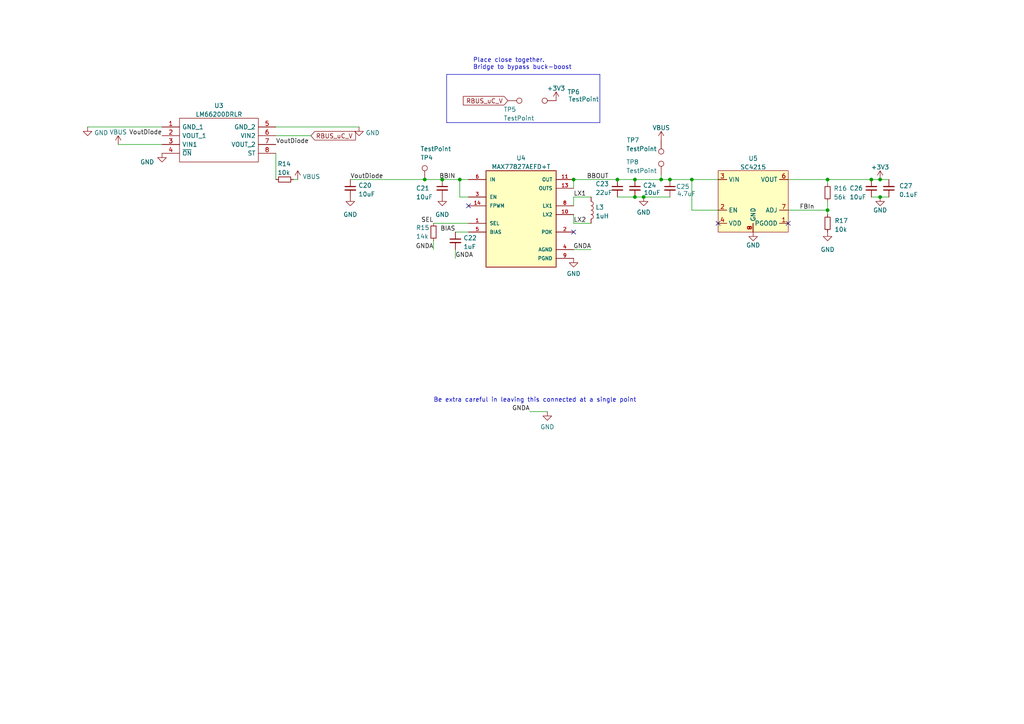
<source format=kicad_sch>
(kicad_sch (version 20230121) (generator eeschema)

  (uuid e9284afa-e324-4762-b662-a428eebcb5c2)

  (paper "A4")

  (lib_symbols
    (symbol "Connector:TestPoint" (pin_numbers hide) (pin_names (offset 0.762) hide) (in_bom yes) (on_board yes)
      (property "Reference" "TP" (at 0 6.858 0)
        (effects (font (size 1.27 1.27)))
      )
      (property "Value" "TestPoint" (at 0 5.08 0)
        (effects (font (size 1.27 1.27)))
      )
      (property "Footprint" "" (at 5.08 0 0)
        (effects (font (size 1.27 1.27)) hide)
      )
      (property "Datasheet" "~" (at 5.08 0 0)
        (effects (font (size 1.27 1.27)) hide)
      )
      (property "ki_keywords" "test point tp" (at 0 0 0)
        (effects (font (size 1.27 1.27)) hide)
      )
      (property "ki_description" "test point" (at 0 0 0)
        (effects (font (size 1.27 1.27)) hide)
      )
      (property "ki_fp_filters" "Pin* Test*" (at 0 0 0)
        (effects (font (size 1.27 1.27)) hide)
      )
      (symbol "TestPoint_0_1"
        (circle (center 0 3.302) (radius 0.762)
          (stroke (width 0) (type default))
          (fill (type none))
        )
      )
      (symbol "TestPoint_1_1"
        (pin passive line (at 0 0 90) (length 2.54)
          (name "1" (effects (font (size 1.27 1.27))))
          (number "1" (effects (font (size 1.27 1.27))))
        )
      )
    )
    (symbol "Device:C_Small" (pin_numbers hide) (pin_names (offset 0.254) hide) (in_bom yes) (on_board yes)
      (property "Reference" "C" (at 0.254 1.778 0)
        (effects (font (size 1.27 1.27)) (justify left))
      )
      (property "Value" "C_Small" (at 0.254 -2.032 0)
        (effects (font (size 1.27 1.27)) (justify left))
      )
      (property "Footprint" "" (at 0 0 0)
        (effects (font (size 1.27 1.27)) hide)
      )
      (property "Datasheet" "~" (at 0 0 0)
        (effects (font (size 1.27 1.27)) hide)
      )
      (property "ki_keywords" "capacitor cap" (at 0 0 0)
        (effects (font (size 1.27 1.27)) hide)
      )
      (property "ki_description" "Unpolarized capacitor, small symbol" (at 0 0 0)
        (effects (font (size 1.27 1.27)) hide)
      )
      (property "ki_fp_filters" "C_*" (at 0 0 0)
        (effects (font (size 1.27 1.27)) hide)
      )
      (symbol "C_Small_0_1"
        (polyline
          (pts
            (xy -1.524 -0.508)
            (xy 1.524 -0.508)
          )
          (stroke (width 0.3302) (type default))
          (fill (type none))
        )
        (polyline
          (pts
            (xy -1.524 0.508)
            (xy 1.524 0.508)
          )
          (stroke (width 0.3048) (type default))
          (fill (type none))
        )
      )
      (symbol "C_Small_1_1"
        (pin passive line (at 0 2.54 270) (length 2.032)
          (name "~" (effects (font (size 1.27 1.27))))
          (number "1" (effects (font (size 1.27 1.27))))
        )
        (pin passive line (at 0 -2.54 90) (length 2.032)
          (name "~" (effects (font (size 1.27 1.27))))
          (number "2" (effects (font (size 1.27 1.27))))
        )
      )
    )
    (symbol "Device:L" (pin_numbers hide) (pin_names (offset 1.016) hide) (in_bom yes) (on_board yes)
      (property "Reference" "L" (at -1.27 0 90)
        (effects (font (size 1.27 1.27)))
      )
      (property "Value" "L" (at 1.905 0 90)
        (effects (font (size 1.27 1.27)))
      )
      (property "Footprint" "" (at 0 0 0)
        (effects (font (size 1.27 1.27)) hide)
      )
      (property "Datasheet" "~" (at 0 0 0)
        (effects (font (size 1.27 1.27)) hide)
      )
      (property "ki_keywords" "inductor choke coil reactor magnetic" (at 0 0 0)
        (effects (font (size 1.27 1.27)) hide)
      )
      (property "ki_description" "Inductor" (at 0 0 0)
        (effects (font (size 1.27 1.27)) hide)
      )
      (property "ki_fp_filters" "Choke_* *Coil* Inductor_* L_*" (at 0 0 0)
        (effects (font (size 1.27 1.27)) hide)
      )
      (symbol "L_0_1"
        (arc (start 0 -2.54) (mid 0.6323 -1.905) (end 0 -1.27)
          (stroke (width 0) (type default))
          (fill (type none))
        )
        (arc (start 0 -1.27) (mid 0.6323 -0.635) (end 0 0)
          (stroke (width 0) (type default))
          (fill (type none))
        )
        (arc (start 0 0) (mid 0.6323 0.635) (end 0 1.27)
          (stroke (width 0) (type default))
          (fill (type none))
        )
        (arc (start 0 1.27) (mid 0.6323 1.905) (end 0 2.54)
          (stroke (width 0) (type default))
          (fill (type none))
        )
      )
      (symbol "L_1_1"
        (pin passive line (at 0 3.81 270) (length 1.27)
          (name "1" (effects (font (size 1.27 1.27))))
          (number "1" (effects (font (size 1.27 1.27))))
        )
        (pin passive line (at 0 -3.81 90) (length 1.27)
          (name "2" (effects (font (size 1.27 1.27))))
          (number "2" (effects (font (size 1.27 1.27))))
        )
      )
    )
    (symbol "Device:R_Small" (pin_numbers hide) (pin_names (offset 0.254) hide) (in_bom yes) (on_board yes)
      (property "Reference" "R" (at 0.762 0.508 0)
        (effects (font (size 1.27 1.27)) (justify left))
      )
      (property "Value" "R_Small" (at 0.762 -1.016 0)
        (effects (font (size 1.27 1.27)) (justify left))
      )
      (property "Footprint" "" (at 0 0 0)
        (effects (font (size 1.27 1.27)) hide)
      )
      (property "Datasheet" "~" (at 0 0 0)
        (effects (font (size 1.27 1.27)) hide)
      )
      (property "ki_keywords" "R resistor" (at 0 0 0)
        (effects (font (size 1.27 1.27)) hide)
      )
      (property "ki_description" "Resistor, small symbol" (at 0 0 0)
        (effects (font (size 1.27 1.27)) hide)
      )
      (property "ki_fp_filters" "R_*" (at 0 0 0)
        (effects (font (size 1.27 1.27)) hide)
      )
      (symbol "R_Small_0_1"
        (rectangle (start -0.762 1.778) (end 0.762 -1.778)
          (stroke (width 0.2032) (type default))
          (fill (type none))
        )
      )
      (symbol "R_Small_1_1"
        (pin passive line (at 0 2.54 270) (length 0.762)
          (name "~" (effects (font (size 1.27 1.27))))
          (number "1" (effects (font (size 1.27 1.27))))
        )
        (pin passive line (at 0 -2.54 90) (length 0.762)
          (name "~" (effects (font (size 1.27 1.27))))
          (number "2" (effects (font (size 1.27 1.27))))
        )
      )
    )
    (symbol "iclr:LM66200DRLR" (pin_names (offset 0.762)) (in_bom yes) (on_board yes)
      (property "Reference" "U" (at 29.21 7.62 0)
        (effects (font (size 1.27 1.27)) (justify left))
      )
      (property "Value" "LM66200DRLR" (at 29.21 5.08 0)
        (effects (font (size 1.27 1.27)) (justify left))
      )
      (property "Footprint" "SOTFL50P160X60-8N" (at 29.21 2.54 0)
        (effects (font (size 1.27 1.27)) (justify left) hide)
      )
      (property "Datasheet" "https://www.ti.com/lit/gpn/lm66200" (at 29.21 0 0)
        (effects (font (size 1.27 1.27)) (justify left) hide)
      )
      (property "Description" "1.6-V to 5.5-V, 40-m, 2.5-A, low-IQ, dual ideal diode" (at 29.21 -2.54 0)
        (effects (font (size 1.27 1.27)) (justify left) hide)
      )
      (property "Height" "0.6" (at 29.21 -5.08 0)
        (effects (font (size 1.27 1.27)) (justify left) hide)
      )
      (property "Manufacturer_Name" "Texas Instruments" (at 29.21 -7.62 0)
        (effects (font (size 1.27 1.27)) (justify left) hide)
      )
      (property "Manufacturer_Part_Number" "LM66200DRLR" (at 29.21 -10.16 0)
        (effects (font (size 1.27 1.27)) (justify left) hide)
      )
      (property "Mouser Part Number" "595-LM66200DRLR" (at 29.21 -12.7 0)
        (effects (font (size 1.27 1.27)) (justify left) hide)
      )
      (property "Mouser Price/Stock" "https://www.mouser.co.uk/ProductDetail/Texas-Instruments/LM66200DRLR?qs=Rp5uXu7WBW90hnpZAkIOdQ%3D%3D" (at 29.21 -15.24 0)
        (effects (font (size 1.27 1.27)) (justify left) hide)
      )
      (property "Arrow Part Number" "LM66200DRLR" (at 29.21 -17.78 0)
        (effects (font (size 1.27 1.27)) (justify left) hide)
      )
      (property "Arrow Price/Stock" "https://www.arrow.com/en/products/lm66200drlr/texas-instruments?region=nac" (at 29.21 -20.32 0)
        (effects (font (size 1.27 1.27)) (justify left) hide)
      )
      (property "Mouser Testing Part Number" "" (at 29.21 -22.86 0)
        (effects (font (size 1.27 1.27)) (justify left) hide)
      )
      (property "Mouser Testing Price/Stock" "" (at 29.21 -25.4 0)
        (effects (font (size 1.27 1.27)) (justify left) hide)
      )
      (property "ki_description" "1.6-V to 5.5-V, 40-m, 2.5-A, low-IQ, dual ideal diode" (at 0 0 0)
        (effects (font (size 1.27 1.27)) hide)
      )
      (symbol "LM66200DRLR_0_0"
        (pin passive line (at 0 0 0) (length 5.08)
          (name "GND_1" (effects (font (size 1.27 1.27))))
          (number "1" (effects (font (size 1.27 1.27))))
        )
        (pin passive line (at 0 -2.54 0) (length 5.08)
          (name "VOUT_1" (effects (font (size 1.27 1.27))))
          (number "2" (effects (font (size 1.27 1.27))))
        )
        (pin passive line (at 0 -5.08 0) (length 5.08)
          (name "VIN1" (effects (font (size 1.27 1.27))))
          (number "3" (effects (font (size 1.27 1.27))))
        )
        (pin passive line (at 0 -7.62 0) (length 5.08)
          (name "~{ON}" (effects (font (size 1.27 1.27))))
          (number "4" (effects (font (size 1.27 1.27))))
        )
        (pin passive line (at 33.02 0 180) (length 5.08)
          (name "GND_2" (effects (font (size 1.27 1.27))))
          (number "5" (effects (font (size 1.27 1.27))))
        )
        (pin passive line (at 33.02 -2.54 180) (length 5.08)
          (name "VIN2" (effects (font (size 1.27 1.27))))
          (number "6" (effects (font (size 1.27 1.27))))
        )
        (pin passive line (at 33.02 -5.08 180) (length 5.08)
          (name "VOUT_2" (effects (font (size 1.27 1.27))))
          (number "7" (effects (font (size 1.27 1.27))))
        )
        (pin passive line (at 33.02 -7.62 180) (length 5.08)
          (name "ST" (effects (font (size 1.27 1.27))))
          (number "8" (effects (font (size 1.27 1.27))))
        )
      )
      (symbol "LM66200DRLR_0_1"
        (polyline
          (pts
            (xy 5.08 2.54)
            (xy 27.94 2.54)
            (xy 27.94 -10.16)
            (xy 5.08 -10.16)
            (xy 5.08 2.54)
          )
          (stroke (width 0.1524) (type default))
          (fill (type none))
        )
      )
    )
    (symbol "iclr:MAX77827AEFD+T" (pin_names (offset 1.016)) (in_bom yes) (on_board yes)
      (property "Reference" "U?" (at -10.16 13.208 0)
        (effects (font (size 1.27 1.27)) (justify left bottom))
      )
      (property "Value" "MAX77827AEFD+T" (at -10.16 -17.78 0)
        (effects (font (size 1.27 1.27)) (justify left bottom))
      )
      (property "Footprint" "CONV_MAX77827AEFD+T" (at -6.35 19.05 0)
        (effects (font (size 1.27 1.27)) (justify left bottom) hide)
      )
      (property "Datasheet" "" (at 0 0 0)
        (effects (font (size 1.27 1.27)) (justify left bottom) hide)
      )
      (property "MANUFACTURER" "Maxim Integrated" (at -2.54 16.51 0)
        (effects (font (size 1.27 1.27)) (justify left bottom) hide)
      )
      (property "MAXIMUM_PACKAGE_HEIGHT" "0.6mm" (at 1.27 13.97 0)
        (effects (font (size 1.27 1.27)) (justify left bottom) hide)
      )
      (property "PARTREV" "B" (at 0 15.24 0)
        (effects (font (size 1.27 1.27)) (justify left bottom) hide)
      )
      (property "STANDARD" "Manufacturer Recommended" (at -6.35 19.05 0)
        (effects (font (size 1.27 1.27)) (justify left bottom) hide)
      )
      (property "ki_locked" "" (at 0 0 0)
        (effects (font (size 1.27 1.27)))
      )
      (symbol "MAX77827AEFD+T_0_0"
        (rectangle (start -10.16 -15.24) (end 10.16 12.7)
          (stroke (width 0.254) (type default))
          (fill (type background))
        )
        (pin passive line (at -15.24 -2.54 0) (length 5.08)
          (name "SEL" (effects (font (size 1.016 1.016))))
          (number "1" (effects (font (size 1.016 1.016))))
        )
        (pin passive line (at 15.24 0 180) (length 5.08)
          (name "LX2" (effects (font (size 1.016 1.016))))
          (number "10" (effects (font (size 1.016 1.016))))
        )
        (pin output line (at 15.24 10.16 180) (length 5.08)
          (name "OUT" (effects (font (size 1.016 1.016))))
          (number "11" (effects (font (size 1.016 1.016))))
        )
        (pin input line (at 15.24 7.62 180) (length 5.08)
          (name "OUTS" (effects (font (size 1.016 1.016))))
          (number "13" (effects (font (size 1.016 1.016))))
        )
        (pin input line (at -15.24 2.54 0) (length 5.08)
          (name "FPWM" (effects (font (size 1.016 1.016))))
          (number "14" (effects (font (size 1.016 1.016))))
        )
        (pin output line (at 15.24 -5.08 180) (length 5.08)
          (name "POK" (effects (font (size 1.016 1.016))))
          (number "2" (effects (font (size 1.016 1.016))))
        )
        (pin input line (at -15.24 5.08 0) (length 5.08)
          (name "EN" (effects (font (size 1.016 1.016))))
          (number "3" (effects (font (size 1.016 1.016))))
        )
        (pin power_in line (at 15.24 -10.16 180) (length 5.08)
          (name "AGND" (effects (font (size 1.016 1.016))))
          (number "4" (effects (font (size 1.016 1.016))))
        )
        (pin passive line (at -15.24 -5.08 0) (length 5.08)
          (name "BIAS" (effects (font (size 1.016 1.016))))
          (number "5" (effects (font (size 1.016 1.016))))
        )
        (pin input line (at -15.24 10.16 0) (length 5.08)
          (name "IN" (effects (font (size 1.016 1.016))))
          (number "6" (effects (font (size 1.016 1.016))))
        )
        (pin passive line (at 15.24 2.54 180) (length 5.08)
          (name "LX1" (effects (font (size 1.016 1.016))))
          (number "8" (effects (font (size 1.016 1.016))))
        )
        (pin power_in line (at 15.24 -12.7 180) (length 5.08)
          (name "PGND" (effects (font (size 1.016 1.016))))
          (number "9" (effects (font (size 1.016 1.016))))
        )
      )
    )
    (symbol "iclr:RT9025-25GSP" (in_bom yes) (on_board yes)
      (property "Reference" "U6" (at 0 4.8428 0)
        (effects (font (size 1.27 1.27)))
      )
      (property "Value" "RT9025-25GSP" (at 0 2.3059 0)
        (effects (font (size 1.27 1.27)))
      )
      (property "Footprint" "iclr:SOIC127P599X175-9N" (at 0 5.08 0)
        (effects (font (size 1.27 1.27)) hide)
      )
      (property "Datasheet" "" (at 0 5.08 0)
        (effects (font (size 1.27 1.27)) hide)
      )
      (symbol "RT9025-25GSP_1_1"
        (rectangle (start -10.16 1.27) (end 10.16 -16.51)
          (stroke (width 0) (type default))
          (fill (type background))
        )
        (pin output line (at 10.16 -13.97 180) (length 2.54)
          (name "PGOOD" (effects (font (size 1.27 1.27))))
          (number "1" (effects (font (size 1.27 1.27))))
        )
        (pin input line (at -10.16 -10.16 0) (length 2.54)
          (name "EN" (effects (font (size 1.27 1.27))))
          (number "2" (effects (font (size 1.27 1.27))))
        )
        (pin input line (at -10.16 -1.27 0) (length 2.54)
          (name "VIN" (effects (font (size 1.27 1.27))))
          (number "3" (effects (font (size 1.27 1.27))))
        )
        (pin input line (at -10.16 -13.97 0) (length 2.54)
          (name "VDD" (effects (font (size 1.27 1.27))))
          (number "4" (effects (font (size 1.27 1.27))))
        )
        (pin output line (at 10.16 -1.27 180) (length 2.54)
          (name "VOUT" (effects (font (size 1.27 1.27))))
          (number "6" (effects (font (size 1.27 1.27))))
        )
        (pin input line (at 10.16 -10.16 180) (length 2.54)
          (name "ADJ" (effects (font (size 1.27 1.27))))
          (number "7" (effects (font (size 1.27 1.27))))
        )
        (pin input line (at 0 -16.51 90) (length 2.54)
          (name "GND" (effects (font (size 1.27 1.27))))
          (number "8" (effects (font (size 1.27 1.27))))
        )
        (pin input line (at 0 -16.51 90) (length 2.54)
          (name "GND" (effects (font (size 1.27 1.27))))
          (number "9" (effects (font (size 1.27 1.27))))
        )
      )
    )
    (symbol "power:+3.3V" (power) (pin_names (offset 0)) (in_bom yes) (on_board yes)
      (property "Reference" "#PWR" (at 0 -3.81 0)
        (effects (font (size 1.27 1.27)) hide)
      )
      (property "Value" "+3.3V" (at 0 3.556 0)
        (effects (font (size 1.27 1.27)))
      )
      (property "Footprint" "" (at 0 0 0)
        (effects (font (size 1.27 1.27)) hide)
      )
      (property "Datasheet" "" (at 0 0 0)
        (effects (font (size 1.27 1.27)) hide)
      )
      (property "ki_keywords" "power-flag" (at 0 0 0)
        (effects (font (size 1.27 1.27)) hide)
      )
      (property "ki_description" "Power symbol creates a global label with name \"+3.3V\"" (at 0 0 0)
        (effects (font (size 1.27 1.27)) hide)
      )
      (symbol "+3.3V_0_1"
        (polyline
          (pts
            (xy -0.762 1.27)
            (xy 0 2.54)
          )
          (stroke (width 0) (type default))
          (fill (type none))
        )
        (polyline
          (pts
            (xy 0 0)
            (xy 0 2.54)
          )
          (stroke (width 0) (type default))
          (fill (type none))
        )
        (polyline
          (pts
            (xy 0 2.54)
            (xy 0.762 1.27)
          )
          (stroke (width 0) (type default))
          (fill (type none))
        )
      )
      (symbol "+3.3V_1_1"
        (pin power_in line (at 0 0 90) (length 0) hide
          (name "+3V3" (effects (font (size 1.27 1.27))))
          (number "1" (effects (font (size 1.27 1.27))))
        )
      )
    )
    (symbol "power:GND" (power) (pin_names (offset 0)) (in_bom yes) (on_board yes)
      (property "Reference" "#PWR" (at 0 -6.35 0)
        (effects (font (size 1.27 1.27)) hide)
      )
      (property "Value" "GND" (at 0 -3.81 0)
        (effects (font (size 1.27 1.27)))
      )
      (property "Footprint" "" (at 0 0 0)
        (effects (font (size 1.27 1.27)) hide)
      )
      (property "Datasheet" "" (at 0 0 0)
        (effects (font (size 1.27 1.27)) hide)
      )
      (property "ki_keywords" "power-flag" (at 0 0 0)
        (effects (font (size 1.27 1.27)) hide)
      )
      (property "ki_description" "Power symbol creates a global label with name \"GND\" , ground" (at 0 0 0)
        (effects (font (size 1.27 1.27)) hide)
      )
      (symbol "GND_0_1"
        (polyline
          (pts
            (xy 0 0)
            (xy 0 -1.27)
            (xy 1.27 -1.27)
            (xy 0 -2.54)
            (xy -1.27 -1.27)
            (xy 0 -1.27)
          )
          (stroke (width 0) (type default))
          (fill (type none))
        )
      )
      (symbol "GND_1_1"
        (pin power_in line (at 0 0 270) (length 0) hide
          (name "GND" (effects (font (size 1.27 1.27))))
          (number "1" (effects (font (size 1.27 1.27))))
        )
      )
    )
    (symbol "power:VBUS" (power) (pin_names (offset 0)) (in_bom yes) (on_board yes)
      (property "Reference" "#PWR" (at 0 -3.81 0)
        (effects (font (size 1.27 1.27)) hide)
      )
      (property "Value" "VBUS" (at 0 3.81 0)
        (effects (font (size 1.27 1.27)))
      )
      (property "Footprint" "" (at 0 0 0)
        (effects (font (size 1.27 1.27)) hide)
      )
      (property "Datasheet" "" (at 0 0 0)
        (effects (font (size 1.27 1.27)) hide)
      )
      (property "ki_keywords" "power-flag" (at 0 0 0)
        (effects (font (size 1.27 1.27)) hide)
      )
      (property "ki_description" "Power symbol creates a global label with name \"VBUS\"" (at 0 0 0)
        (effects (font (size 1.27 1.27)) hide)
      )
      (symbol "VBUS_0_1"
        (polyline
          (pts
            (xy -0.762 1.27)
            (xy 0 2.54)
          )
          (stroke (width 0) (type default))
          (fill (type none))
        )
        (polyline
          (pts
            (xy 0 0)
            (xy 0 2.54)
          )
          (stroke (width 0) (type default))
          (fill (type none))
        )
        (polyline
          (pts
            (xy 0 2.54)
            (xy 0.762 1.27)
          )
          (stroke (width 0) (type default))
          (fill (type none))
        )
      )
      (symbol "VBUS_1_1"
        (pin power_in line (at 0 0 90) (length 0) hide
          (name "VBUS" (effects (font (size 1.27 1.27))))
          (number "1" (effects (font (size 1.27 1.27))))
        )
      )
    )
  )

  (junction (at 184.15 52.07) (diameter 0) (color 0 0 0 0)
    (uuid 025e695d-8e2d-4de8-acab-7a162cc26168)
  )
  (junction (at 240.03 52.07) (diameter 0) (color 0 0 0 0)
    (uuid 059bcba6-280b-40eb-ab89-3dc5aee13437)
  )
  (junction (at 255.27 52.07) (diameter 0) (color 0 0 0 0)
    (uuid 06d56029-c268-415d-bc15-322ae67002fd)
  )
  (junction (at 191.77 52.07) (diameter 0) (color 0 0 0 0)
    (uuid 14e6f865-9c0a-49ea-b81b-07711ade0119)
  )
  (junction (at 186.69 57.15) (diameter 0) (color 0 0 0 0)
    (uuid 19e29c7d-2497-4378-be9c-d7dd5740c97b)
  )
  (junction (at 128.27 52.07) (diameter 0) (color 0 0 0 0)
    (uuid 43fb0a3d-a75c-4a89-929f-3bfabd56e48f)
  )
  (junction (at 252.73 52.07) (diameter 0) (color 0 0 0 0)
    (uuid 8179b66d-1f6d-4cd3-85ac-0088c17d8ab7)
  )
  (junction (at 194.31 52.07) (diameter 0) (color 0 0 0 0)
    (uuid 8ec9933a-dea5-4a2f-9b22-74f5bbc005c9)
  )
  (junction (at 255.27 57.15) (diameter 0) (color 0 0 0 0)
    (uuid 91d76694-39de-439c-9769-c81f38ae49dc)
  )
  (junction (at 166.37 52.07) (diameter 0) (color 0 0 0 0)
    (uuid 9e9dab12-0d16-47c5-9925-9d9e8d96d07f)
  )
  (junction (at 123.19 52.07) (diameter 0) (color 0 0 0 0)
    (uuid a3b44a8c-bdb8-452c-89dd-c0f91112399f)
  )
  (junction (at 240.03 60.96) (diameter 0) (color 0 0 0 0)
    (uuid b05e221d-8c57-4ef8-8975-519b7161da98)
  )
  (junction (at 133.35 52.07) (diameter 0) (color 0 0 0 0)
    (uuid c11ca3bc-a8bb-430a-9e10-289b52cce878)
  )
  (junction (at 179.07 52.07) (diameter 0) (color 0 0 0 0)
    (uuid e7ba0df4-f5bc-485a-89ed-b04588169d85)
  )
  (junction (at 184.15 57.15) (diameter 0) (color 0 0 0 0)
    (uuid f79e57c7-0e3c-4c62-8d9c-1df18cf27b2b)
  )
  (junction (at 200.66 52.07) (diameter 0) (color 0 0 0 0)
    (uuid fe4fbfec-e039-4d68-bf53-26cc9c4c45e6)
  )

  (no_connect (at 166.37 67.31) (uuid 53807c26-4c3b-4a33-9e89-8f68b4e2bcb2))
  (no_connect (at 135.89 59.69) (uuid 7d5ef869-90ac-4f40-91fc-2deb9689e3d1))
  (no_connect (at 228.6 64.77) (uuid c2d351a7-a4dd-4b9d-a118-bc2023d132d4))
  (no_connect (at 208.28 64.77) (uuid cf7be989-8e30-4bee-93dd-10ce2dbd1e55))

  (wire (pts (xy 80.01 52.07) (xy 80.01 44.45))
    (stroke (width 0) (type default))
    (uuid 069e75c7-38b4-4c61-9b2b-d26f0784bfa9)
  )
  (polyline (pts (xy 129.54 21.59) (xy 129.54 35.56))
    (stroke (width 0) (type default))
    (uuid 0c137dcf-8a66-441f-befa-c78fe501541b)
  )

  (wire (pts (xy 133.35 57.15) (xy 135.89 57.15))
    (stroke (width 0) (type default))
    (uuid 0ce0f0b7-ef43-4a90-95fe-6b7b2b7912e3)
  )
  (wire (pts (xy 104.14 36.83) (xy 80.01 36.83))
    (stroke (width 0) (type default))
    (uuid 0d07cbbe-592b-417c-af7f-93b278caf359)
  )
  (wire (pts (xy 166.37 52.07) (xy 179.07 52.07))
    (stroke (width 0) (type default))
    (uuid 122b2869-b8ec-4c49-ab98-3e0d5323bb2d)
  )
  (wire (pts (xy 179.07 52.07) (xy 184.15 52.07))
    (stroke (width 0) (type default))
    (uuid 18562939-7ae5-4144-9840-599fb6adc5e9)
  )
  (wire (pts (xy 240.03 52.07) (xy 240.03 53.34))
    (stroke (width 0) (type default))
    (uuid 1d4ca962-27f2-481a-84d5-0628d75d2352)
  )
  (wire (pts (xy 166.37 57.15) (xy 171.45 57.15))
    (stroke (width 0) (type default))
    (uuid 20fd74e8-e3dc-492f-8d46-fab70914d5e5)
  )
  (wire (pts (xy 200.66 52.07) (xy 200.66 60.96))
    (stroke (width 0) (type default))
    (uuid 29f89d5f-90d4-44ab-aeec-d14f8866e07f)
  )
  (wire (pts (xy 179.07 57.15) (xy 184.15 57.15))
    (stroke (width 0) (type default))
    (uuid 2c600a77-60ab-41dd-b34a-e4df0c47849e)
  )
  (wire (pts (xy 228.6 52.07) (xy 240.03 52.07))
    (stroke (width 0) (type default))
    (uuid 317d8efb-eacf-4dbb-965e-f732dc345d8c)
  )
  (wire (pts (xy 166.37 64.77) (xy 166.37 62.23))
    (stroke (width 0) (type default))
    (uuid 328aa6d3-da7a-4325-a9a1-e925b01efab3)
  )
  (wire (pts (xy 200.66 52.07) (xy 208.28 52.07))
    (stroke (width 0) (type default))
    (uuid 387e88d5-12f7-4406-9187-6916bec744b1)
  )
  (wire (pts (xy 125.73 64.77) (xy 135.89 64.77))
    (stroke (width 0) (type default))
    (uuid 48ea0a96-489c-4f5f-9567-57b93d7a7c28)
  )
  (wire (pts (xy 166.37 72.39) (xy 171.45 72.39))
    (stroke (width 0) (type default))
    (uuid 499a9f82-3aab-4f4d-b35f-ff7f0e691b21)
  )
  (wire (pts (xy 191.77 52.07) (xy 194.31 52.07))
    (stroke (width 0) (type default))
    (uuid 4eb4ab8d-2bf2-482e-a421-0cdbdb6244e4)
  )
  (wire (pts (xy 240.03 58.42) (xy 240.03 60.96))
    (stroke (width 0) (type default))
    (uuid 520088cf-b918-4091-83c9-40102fcba2d8)
  )
  (wire (pts (xy 166.37 59.69) (xy 166.37 57.15))
    (stroke (width 0) (type default))
    (uuid 54d0b93a-ed98-4e03-bfbf-76e3073701f9)
  )
  (wire (pts (xy 191.77 50.8) (xy 191.77 52.07))
    (stroke (width 0) (type default))
    (uuid 6249e04b-f43c-4872-973a-ad0605d93f47)
  )
  (wire (pts (xy 184.15 52.07) (xy 191.77 52.07))
    (stroke (width 0) (type default))
    (uuid 63eaf0a3-6d99-4d02-9521-aa50c3a316f2)
  )
  (wire (pts (xy 252.73 57.15) (xy 255.27 57.15))
    (stroke (width 0) (type default))
    (uuid 6e853dfc-ebac-4a7e-8d41-4767e570c51e)
  )
  (wire (pts (xy 133.35 52.07) (xy 133.35 57.15))
    (stroke (width 0) (type default))
    (uuid 71914f4a-ed80-4341-be43-e93b9bf12d2a)
  )
  (wire (pts (xy 200.66 60.96) (xy 208.28 60.96))
    (stroke (width 0) (type default))
    (uuid 773cb3ea-27be-4c5c-8fd1-215821eb9abe)
  )
  (wire (pts (xy 123.19 52.07) (xy 128.27 52.07))
    (stroke (width 0) (type default))
    (uuid 7842b8a8-fd2e-411a-bf1b-26c94d337b44)
  )
  (wire (pts (xy 186.69 57.15) (xy 194.31 57.15))
    (stroke (width 0) (type default))
    (uuid 78687c83-9941-45a6-9218-eaf262d35659)
  )
  (wire (pts (xy 194.31 52.07) (xy 200.66 52.07))
    (stroke (width 0) (type default))
    (uuid 7a7b01aa-2aad-4a77-b6c7-cac925513d0b)
  )
  (wire (pts (xy 125.73 72.39) (xy 125.73 69.85))
    (stroke (width 0) (type default))
    (uuid 7d3200f3-1d13-4f29-9238-5767988c515f)
  )
  (wire (pts (xy 228.6 60.96) (xy 240.03 60.96))
    (stroke (width 0) (type default))
    (uuid 8079d4db-5c65-4476-9e79-3fd6aa692d53)
  )
  (wire (pts (xy 171.45 64.77) (xy 166.37 64.77))
    (stroke (width 0) (type default))
    (uuid 86748bba-867f-45cb-9f85-1a5c751a7da5)
  )
  (wire (pts (xy 255.27 57.15) (xy 257.81 57.15))
    (stroke (width 0) (type default))
    (uuid 86bc36d8-21b7-4562-997f-bc02acac9692)
  )
  (wire (pts (xy 25.4 36.83) (xy 46.99 36.83))
    (stroke (width 0) (type default))
    (uuid 8ebf6fcc-4ea7-4e54-85c1-8337fb6c858c)
  )
  (wire (pts (xy 34.29 41.91) (xy 46.99 41.91))
    (stroke (width 0) (type default))
    (uuid 964d1527-78d9-4cd8-8981-b6177799faa6)
  )
  (wire (pts (xy 101.6 52.07) (xy 123.19 52.07))
    (stroke (width 0) (type default))
    (uuid 9829648d-2745-423f-9717-bb2c77f4bc12)
  )
  (wire (pts (xy 186.69 57.15) (xy 184.15 57.15))
    (stroke (width 0) (type default))
    (uuid 9bb1b466-6f6b-404a-ae7b-8a8177578908)
  )
  (polyline (pts (xy 173.99 35.56) (xy 129.54 35.56))
    (stroke (width 0) (type default))
    (uuid 9cdb0461-bc94-4501-affd-22d54b141994)
  )
  (polyline (pts (xy 173.99 21.59) (xy 173.99 35.56))
    (stroke (width 0) (type default))
    (uuid 9f46b781-ea4a-4e83-9037-a4f56c170db1)
  )

  (wire (pts (xy 153.67 119.38) (xy 158.75 119.38))
    (stroke (width 0) (type default))
    (uuid a88f867b-5b76-4679-864a-ca83d6af997b)
  )
  (wire (pts (xy 128.27 52.07) (xy 133.35 52.07))
    (stroke (width 0) (type default))
    (uuid acdfba8e-0438-4355-babd-7f18f0a9d336)
  )
  (wire (pts (xy 86.36 52.07) (xy 85.09 52.07))
    (stroke (width 0) (type default))
    (uuid ae05633a-c1f7-4b5a-b3af-512a8729943c)
  )
  (polyline (pts (xy 129.54 21.59) (xy 173.99 21.59))
    (stroke (width 0) (type default))
    (uuid b41836e0-06b3-4a3f-b6c4-27114c233ee8)
  )

  (wire (pts (xy 166.37 54.61) (xy 166.37 52.07))
    (stroke (width 0) (type default))
    (uuid bba4a38e-2acc-4416-9232-092f7d6a876e)
  )
  (wire (pts (xy 132.08 67.31) (xy 135.89 67.31))
    (stroke (width 0) (type default))
    (uuid c03c2ae5-721b-4064-80c3-93d26df1d30a)
  )
  (wire (pts (xy 255.27 52.07) (xy 252.73 52.07))
    (stroke (width 0) (type default))
    (uuid c8299a21-d52e-46a3-bf35-a90f56707cfe)
  )
  (wire (pts (xy 133.35 52.07) (xy 135.89 52.07))
    (stroke (width 0) (type default))
    (uuid c9a3154e-f650-4dd4-8f78-0540978414f7)
  )
  (wire (pts (xy 255.27 52.07) (xy 257.81 52.07))
    (stroke (width 0) (type default))
    (uuid d01434dc-72a8-4594-a021-8cf426d84af8)
  )
  (wire (pts (xy 90.17 39.37) (xy 80.01 39.37))
    (stroke (width 0) (type default))
    (uuid d21bb4f3-d8fa-457f-87e5-0c9117c8c3c6)
  )
  (wire (pts (xy 240.03 60.96) (xy 240.03 62.23))
    (stroke (width 0) (type default))
    (uuid d4298c3c-c451-45e7-b752-30c5ba6276b3)
  )
  (wire (pts (xy 240.03 52.07) (xy 252.73 52.07))
    (stroke (width 0) (type default))
    (uuid e9cf90f2-f40a-4e43-9dad-8eb07c30d184)
  )
  (wire (pts (xy 132.08 74.93) (xy 132.08 72.39))
    (stroke (width 0) (type default))
    (uuid f5a83c90-a4ca-4c24-befa-5d98f0f52797)
  )

  (text "Place close together.\nBridge to bypass buck-boost\n"
    (at 137.16 20.32 0)
    (effects (font (size 1.27 1.27)) (justify left bottom))
    (uuid 3a7937d4-d5a9-42a6-95f5-07bc88fba704)
  )
  (text "Be extra careful in leaving this connected at a single point\n"
    (at 125.73 116.84 0)
    (effects (font (size 1.27 1.27)) (justify left bottom))
    (uuid ddceb510-327a-43ec-a3b4-861d6a13866d)
  )

  (label "VoutDiode" (at 80.01 41.91 0) (fields_autoplaced)
    (effects (font (size 1.27 1.27)) (justify left bottom))
    (uuid 0ec526c7-6ea5-4f80-b884-0d8169b753b1)
  )
  (label "GNDA" (at 132.08 74.93 0) (fields_autoplaced)
    (effects (font (size 1.27 1.27)) (justify left bottom))
    (uuid 33e483e1-28ce-477f-8e1a-90f7633c989b)
  )
  (label "VoutDiode" (at 46.99 39.37 180) (fields_autoplaced)
    (effects (font (size 1.27 1.27)) (justify right bottom))
    (uuid 496c2a81-d5aa-4c30-b8c7-3198f4d6f74a)
  )
  (label "FBIn" (at 236.22 60.96 180) (fields_autoplaced)
    (effects (font (size 1.27 1.27)) (justify right bottom))
    (uuid 5fbcac91-7bf8-4d32-af8a-02e5f7688a48)
  )
  (label "BIAS" (at 132.08 67.31 180) (fields_autoplaced)
    (effects (font (size 1.27 1.27)) (justify right bottom))
    (uuid 60e37982-1fa9-47a9-b417-587a3fe7ceb9)
  )
  (label "LX2" (at 166.37 64.77 0) (fields_autoplaced)
    (effects (font (size 1.27 1.27)) (justify left bottom))
    (uuid 7b61fba6-6c58-4e67-b708-44bfeafe212e)
  )
  (label "GNDA" (at 153.67 119.38 180) (fields_autoplaced)
    (effects (font (size 1.27 1.27)) (justify right bottom))
    (uuid 7da82053-ba3b-46bf-b2cc-08b410b5dbbd)
  )
  (label "GNDA" (at 125.73 72.39 180) (fields_autoplaced)
    (effects (font (size 1.27 1.27)) (justify right bottom))
    (uuid 7e783541-0e95-4709-9e7d-1ab38887bfc3)
  )
  (label "SEL" (at 125.73 64.77 180) (fields_autoplaced)
    (effects (font (size 1.27 1.27)) (justify right bottom))
    (uuid 8a02467e-d38c-4404-a183-5535d785675e)
  )
  (label "VoutDiode" (at 101.6 52.07 0) (fields_autoplaced)
    (effects (font (size 1.27 1.27)) (justify left bottom))
    (uuid 9d432cc0-84e4-4801-b74a-6d1d1c8e0f6e)
  )
  (label "GNDA" (at 171.45 72.39 180) (fields_autoplaced)
    (effects (font (size 1.27 1.27)) (justify right bottom))
    (uuid a787de0b-7ccc-4147-b23c-b19cab72577e)
  )
  (label "BBOUT" (at 170.18 52.07 0) (fields_autoplaced)
    (effects (font (size 1.27 1.27)) (justify left bottom))
    (uuid b4020e3b-82a8-4f84-b714-bf5860c1d263)
  )
  (label "LX1" (at 166.37 57.15 0) (fields_autoplaced)
    (effects (font (size 1.27 1.27)) (justify left bottom))
    (uuid e1fd3ae5-96a2-49d4-8023-84843f0218d9)
  )
  (label "BBIN" (at 132.08 52.07 180) (fields_autoplaced)
    (effects (font (size 1.27 1.27)) (justify right bottom))
    (uuid f6552616-3e16-4f1d-8d96-a50fa9e83030)
  )

  (global_label "RBUS_uC_V" (shape input) (at 147.32 29.21 180) (fields_autoplaced)
    (effects (font (size 1.27 1.27)) (justify right))
    (uuid 8d8323d3-7cbe-4936-9929-96c8416b91d5)
    (property "Intersheetrefs" "${INTERSHEET_REFS}" (at 134.4729 29.1306 0)
      (effects (font (size 1.27 1.27)) (justify right) hide)
    )
  )
  (global_label "RBUS_uC_V" (shape input) (at 90.17 39.37 0) (fields_autoplaced)
    (effects (font (size 1.27 1.27)) (justify left))
    (uuid fa70bd12-03a5-4c86-a4a3-bff8b0094b6c)
    (property "Intersheetrefs" "${INTERSHEET_REFS}" (at 103.0171 39.4494 0)
      (effects (font (size 1.27 1.27)) (justify left) hide)
    )
  )

  (symbol (lib_id "power:+3.3V") (at 161.29 29.21 0) (unit 1)
    (in_bom yes) (on_board yes) (dnp no) (fields_autoplaced)
    (uuid 01fcc328-e73e-43dc-b2ab-acd21c5b0bd6)
    (property "Reference" "#PWR043" (at 161.29 33.02 0)
      (effects (font (size 1.27 1.27)) hide)
    )
    (property "Value" "+3.3V" (at 161.29 25.6342 0)
      (effects (font (size 1.27 1.27)))
    )
    (property "Footprint" "" (at 161.29 29.21 0)
      (effects (font (size 1.27 1.27)) hide)
    )
    (property "Datasheet" "" (at 161.29 29.21 0)
      (effects (font (size 1.27 1.27)) hide)
    )
    (pin "1" (uuid 7cdf4ed6-00ba-46ce-a304-48e5fb33a313))
    (instances
      (project "PETE"
        (path "/7db990e4-92e1-4f99-b4d2-435bbec1ba83/48a413b4-b7c2-44ac-971c-583c31b73475"
          (reference "#PWR043") (unit 1)
        )
      )
    )
  )

  (symbol (lib_id "iclr:LM66200DRLR") (at 46.99 36.83 0) (unit 1)
    (in_bom yes) (on_board yes) (dnp no) (fields_autoplaced)
    (uuid 067fcbdc-a037-45c7-a11e-fa748d280ce6)
    (property "Reference" "U3" (at 63.5 30.641 0)
      (effects (font (size 1.27 1.27)))
    )
    (property "Value" "LM66200DRLR" (at 63.5 33.1779 0)
      (effects (font (size 1.27 1.27)))
    )
    (property "Footprint" "iclr:SOTFL50P160X60-8N" (at 76.2 34.29 0)
      (effects (font (size 1.27 1.27)) (justify left) hide)
    )
    (property "Datasheet" "https://www.ti.com/lit/gpn/lm66200" (at 76.2 36.83 0)
      (effects (font (size 1.27 1.27)) (justify left) hide)
    )
    (property "Description" "1.6-V to 5.5-V, 40-m, 2.5-A, low-IQ, dual ideal diode" (at 76.2 39.37 0)
      (effects (font (size 1.27 1.27)) (justify left) hide)
    )
    (property "Height" "0.6" (at 76.2 41.91 0)
      (effects (font (size 1.27 1.27)) (justify left) hide)
    )
    (property "Manufacturer_Name" "Texas Instruments" (at 76.2 44.45 0)
      (effects (font (size 1.27 1.27)) (justify left) hide)
    )
    (property "Manufacturer_Part_Number" "LM66200DRLR" (at 76.2 46.99 0)
      (effects (font (size 1.27 1.27)) (justify left) hide)
    )
    (property "Mouser Part Number" "595-LM66200DRLR" (at 76.2 49.53 0)
      (effects (font (size 1.27 1.27)) (justify left) hide)
    )
    (property "Mouser Price/Stock" "https://www.mouser.co.uk/ProductDetail/Texas-Instruments/LM66200DRLR?qs=Rp5uXu7WBW90hnpZAkIOdQ%3D%3D" (at 76.2 52.07 0)
      (effects (font (size 1.27 1.27)) (justify left) hide)
    )
    (property "Arrow Part Number" "LM66200DRLR" (at 76.2 54.61 0)
      (effects (font (size 1.27 1.27)) (justify left) hide)
    )
    (property "Arrow Price/Stock" "https://www.arrow.com/en/products/lm66200drlr/texas-instruments?region=nac" (at 76.2 57.15 0)
      (effects (font (size 1.27 1.27)) (justify left) hide)
    )
    (property "Mouser Testing Part Number" "" (at 76.2 59.69 0)
      (effects (font (size 1.27 1.27)) (justify left) hide)
    )
    (property "Mouser Testing Price/Stock" "" (at 76.2 62.23 0)
      (effects (font (size 1.27 1.27)) (justify left) hide)
    )
    (pin "1" (uuid de04ed22-8bf6-4aa8-b9aa-bac93e62329f))
    (pin "2" (uuid c10836e3-7f96-402e-a4fc-765ae419f0e1))
    (pin "3" (uuid eb0aba89-2a8c-48c7-bfb3-d9665cf0f875))
    (pin "4" (uuid 4eaa0c19-20d0-4a63-809b-b4ca2a01a3d7))
    (pin "5" (uuid 8d12963f-ba87-4425-9f8f-437662278e72))
    (pin "6" (uuid 2f011149-03f4-40e4-9b35-ac19d5c6054f))
    (pin "7" (uuid 2826ff95-9ad9-4206-9c8a-66019c48ab44))
    (pin "8" (uuid 5fc0c83c-d5ba-486c-becb-4dfeff9996e6))
    (instances
      (project "PETE"
        (path "/7db990e4-92e1-4f99-b4d2-435bbec1ba83/48a413b4-b7c2-44ac-971c-583c31b73475"
          (reference "U3") (unit 1)
        )
      )
    )
  )

  (symbol (lib_id "Connector:TestPoint") (at 191.77 50.8 0) (unit 1)
    (in_bom yes) (on_board yes) (dnp no)
    (uuid 0870865b-0b96-41ff-bd58-be45e025f47e)
    (property "Reference" "TP8" (at 181.61 46.99 0)
      (effects (font (size 1.27 1.27)) (justify left))
    )
    (property "Value" "TestPoint" (at 181.61 49.5269 0)
      (effects (font (size 1.27 1.27)) (justify left))
    )
    (property "Footprint" "TestPoint:TestPoint_Pad_D1.5mm" (at 196.85 50.8 0)
      (effects (font (size 1.27 1.27)) hide)
    )
    (property "Datasheet" "~" (at 196.85 50.8 0)
      (effects (font (size 1.27 1.27)) hide)
    )
    (pin "1" (uuid 24e58f77-95c6-40c0-9248-343ffdaa6bdc))
    (instances
      (project "PETE"
        (path "/7db990e4-92e1-4f99-b4d2-435bbec1ba83/48a413b4-b7c2-44ac-971c-583c31b73475"
          (reference "TP8") (unit 1)
        )
      )
    )
  )

  (symbol (lib_id "Device:R_Small") (at 125.73 67.31 0) (unit 1)
    (in_bom yes) (on_board yes) (dnp no)
    (uuid 0a4b1e49-b2d0-4006-98bb-6b145ad5a71e)
    (property "Reference" "R15" (at 120.65 66.04 0)
      (effects (font (size 1.27 1.27)) (justify left))
    )
    (property "Value" "14k" (at 120.65 68.5769 0)
      (effects (font (size 1.27 1.27)) (justify left))
    )
    (property "Footprint" "Resistor_SMD:R_0402_1005Metric" (at 125.73 67.31 0)
      (effects (font (size 1.27 1.27)) hide)
    )
    (property "Datasheet" "~" (at 125.73 67.31 0)
      (effects (font (size 1.27 1.27)) hide)
    )
    (pin "1" (uuid 90a13044-e550-43a5-a130-a0233e0304d3))
    (pin "2" (uuid c26a6974-7142-4fc6-b347-8dd9733c47dd))
    (instances
      (project "PETE"
        (path "/7db990e4-92e1-4f99-b4d2-435bbec1ba83/48a413b4-b7c2-44ac-971c-583c31b73475"
          (reference "R15") (unit 1)
        )
      )
    )
  )

  (symbol (lib_id "Device:C_Small") (at 257.81 54.61 180) (unit 1)
    (in_bom yes) (on_board yes) (dnp no)
    (uuid 1056b828-2aea-4271-b8c6-627303237fb2)
    (property "Reference" "C27" (at 260.7683 53.9154 0)
      (effects (font (size 1.27 1.27)) (justify right))
    )
    (property "Value" "0.1uF" (at 260.7683 56.4554 0)
      (effects (font (size 1.27 1.27)) (justify right))
    )
    (property "Footprint" "Capacitor_SMD:C_0402_1005Metric" (at 257.81 54.61 0)
      (effects (font (size 1.27 1.27)) hide)
    )
    (property "Datasheet" "~" (at 257.81 54.61 0)
      (effects (font (size 1.27 1.27)) hide)
    )
    (pin "1" (uuid 811d120f-b1b3-407d-8f9c-95cc52f092e1))
    (pin "2" (uuid 10a5749b-ea11-4c40-b878-5e16f219e60a))
    (instances
      (project "PETE"
        (path "/7db990e4-92e1-4f99-b4d2-435bbec1ba83/48a413b4-b7c2-44ac-971c-583c31b73475"
          (reference "C27") (unit 1)
        )
      )
    )
  )

  (symbol (lib_id "Connector:TestPoint") (at 147.32 29.21 270) (unit 1)
    (in_bom yes) (on_board yes) (dnp no)
    (uuid 191a622e-bbb5-4124-b7c1-abd7ab78da85)
    (property "Reference" "TP5" (at 146.05 31.75 90)
      (effects (font (size 1.27 1.27)) (justify left))
    )
    (property "Value" "TestPoint" (at 146.05 34.2869 90)
      (effects (font (size 1.27 1.27)) (justify left))
    )
    (property "Footprint" "TestPoint:TestPoint_Pad_D1.5mm" (at 147.32 34.29 0)
      (effects (font (size 1.27 1.27)) hide)
    )
    (property "Datasheet" "~" (at 147.32 34.29 0)
      (effects (font (size 1.27 1.27)) hide)
    )
    (pin "1" (uuid cdf1a1d2-2fec-47e6-a058-f1ef4c1967da))
    (instances
      (project "PETE"
        (path "/7db990e4-92e1-4f99-b4d2-435bbec1ba83/48a413b4-b7c2-44ac-971c-583c31b73475"
          (reference "TP5") (unit 1)
        )
      )
    )
  )

  (symbol (lib_id "power:VBUS") (at 191.77 40.64 0) (unit 1)
    (in_bom yes) (on_board yes) (dnp no) (fields_autoplaced)
    (uuid 1aed480d-632a-46cd-8a88-18039e9b8e94)
    (property "Reference" "#PWR046" (at 191.77 44.45 0)
      (effects (font (size 1.27 1.27)) hide)
    )
    (property "Value" "VBUS" (at 191.77 37.0642 0)
      (effects (font (size 1.27 1.27)))
    )
    (property "Footprint" "" (at 191.77 40.64 0)
      (effects (font (size 1.27 1.27)) hide)
    )
    (property "Datasheet" "" (at 191.77 40.64 0)
      (effects (font (size 1.27 1.27)) hide)
    )
    (pin "1" (uuid f3894a1c-3b8c-4d72-9b64-643987d8b954))
    (instances
      (project "PETE"
        (path "/7db990e4-92e1-4f99-b4d2-435bbec1ba83/48a413b4-b7c2-44ac-971c-583c31b73475"
          (reference "#PWR046") (unit 1)
        )
      )
    )
  )

  (symbol (lib_id "Device:C_Small") (at 184.15 54.61 0) (unit 1)
    (in_bom yes) (on_board yes) (dnp no)
    (uuid 1ba472dc-82f1-494b-93be-f4a7d3a53013)
    (property "Reference" "C24" (at 186.4741 53.7816 0)
      (effects (font (size 1.27 1.27)) (justify left))
    )
    (property "Value" "10uF" (at 186.69 55.88 0)
      (effects (font (size 1.27 1.27)) (justify left))
    )
    (property "Footprint" "Capacitor_SMD:C_0402_1005Metric" (at 184.15 54.61 0)
      (effects (font (size 1.27 1.27)) hide)
    )
    (property "Datasheet" "~" (at 184.15 54.61 0)
      (effects (font (size 1.27 1.27)) hide)
    )
    (pin "1" (uuid d3387587-e560-432a-83a0-554a1c44342f))
    (pin "2" (uuid 34008909-d15a-432e-8a83-89239de5595a))
    (instances
      (project "PETE"
        (path "/7db990e4-92e1-4f99-b4d2-435bbec1ba83/48a413b4-b7c2-44ac-971c-583c31b73475"
          (reference "C24") (unit 1)
        )
      )
    )
  )

  (symbol (lib_id "power:VBUS") (at 34.29 41.91 0) (unit 1)
    (in_bom yes) (on_board yes) (dnp no) (fields_autoplaced)
    (uuid 1c623854-08d3-4713-928c-d4f4420abb63)
    (property "Reference" "#PWR036" (at 34.29 45.72 0)
      (effects (font (size 1.27 1.27)) hide)
    )
    (property "Value" "VBUS" (at 34.29 38.3342 0)
      (effects (font (size 1.27 1.27)))
    )
    (property "Footprint" "" (at 34.29 41.91 0)
      (effects (font (size 1.27 1.27)) hide)
    )
    (property "Datasheet" "" (at 34.29 41.91 0)
      (effects (font (size 1.27 1.27)) hide)
    )
    (pin "1" (uuid aba9c3ce-2457-4e71-bdc1-1b9cc7957fd2))
    (instances
      (project "PETE"
        (path "/7db990e4-92e1-4f99-b4d2-435bbec1ba83/48a413b4-b7c2-44ac-971c-583c31b73475"
          (reference "#PWR036") (unit 1)
        )
      )
    )
  )

  (symbol (lib_id "Device:L") (at 171.45 60.96 0) (unit 1)
    (in_bom yes) (on_board yes) (dnp no) (fields_autoplaced)
    (uuid 1daaa7b8-83e3-44be-97b2-19fce821ff43)
    (property "Reference" "L3" (at 172.72 60.1253 0)
      (effects (font (size 1.27 1.27)) (justify left))
    )
    (property "Value" "1uH" (at 172.72 62.6622 0)
      (effects (font (size 1.27 1.27)) (justify left))
    )
    (property "Footprint" "Inductor_SMD:L_0805_2012Metric" (at 171.45 60.96 0)
      (effects (font (size 1.27 1.27)) hide)
    )
    (property "Datasheet" "~" (at 171.45 60.96 0)
      (effects (font (size 1.27 1.27)) hide)
    )
    (pin "1" (uuid d52f89a6-a217-474e-ab6b-2e4fd72edce3))
    (pin "2" (uuid 897d816f-bfb5-4bc8-9c51-b63c0a1f6524))
    (instances
      (project "PETE"
        (path "/7db990e4-92e1-4f99-b4d2-435bbec1ba83/48a413b4-b7c2-44ac-971c-583c31b73475"
          (reference "L3") (unit 1)
        )
      )
    )
  )

  (symbol (lib_id "Device:R_Small") (at 82.55 52.07 270) (unit 1)
    (in_bom yes) (on_board yes) (dnp no)
    (uuid 233da54d-2ad1-4236-97fa-24a238a57afa)
    (property "Reference" "R14" (at 80.4811 47.5279 90)
      (effects (font (size 1.27 1.27)) (justify left))
    )
    (property "Value" "10k" (at 80.4811 50.0679 90)
      (effects (font (size 1.27 1.27)) (justify left))
    )
    (property "Footprint" "Resistor_SMD:R_0402_1005Metric" (at 82.55 52.07 0)
      (effects (font (size 1.27 1.27)) hide)
    )
    (property "Datasheet" "~" (at 82.55 52.07 0)
      (effects (font (size 1.27 1.27)) hide)
    )
    (pin "1" (uuid 2e98db93-b588-48ac-af37-f22f1eeff613))
    (pin "2" (uuid 800a0b3c-3cb7-4d2d-9dd9-d6fb0311840e))
    (instances
      (project "PETE"
        (path "/7db990e4-92e1-4f99-b4d2-435bbec1ba83/48a413b4-b7c2-44ac-971c-583c31b73475"
          (reference "R14") (unit 1)
        )
      )
    )
  )

  (symbol (lib_id "Connector:TestPoint") (at 123.19 52.07 0) (unit 1)
    (in_bom yes) (on_board yes) (dnp no)
    (uuid 268b5def-07ff-4842-bca3-d3886d833ee9)
    (property "Reference" "TP4" (at 121.92 45.72 0)
      (effects (font (size 1.27 1.27)) (justify left))
    )
    (property "Value" "TestPoint" (at 121.92 43.1831 0)
      (effects (font (size 1.27 1.27)) (justify left))
    )
    (property "Footprint" "TestPoint:TestPoint_Pad_D1.5mm" (at 128.27 52.07 0)
      (effects (font (size 1.27 1.27)) hide)
    )
    (property "Datasheet" "~" (at 128.27 52.07 0)
      (effects (font (size 1.27 1.27)) hide)
    )
    (pin "1" (uuid 95b4cc13-de75-4a01-8f4e-159ea6000653))
    (instances
      (project "PETE"
        (path "/7db990e4-92e1-4f99-b4d2-435bbec1ba83/48a413b4-b7c2-44ac-971c-583c31b73475"
          (reference "TP4") (unit 1)
        )
      )
    )
  )

  (symbol (lib_id "Device:R_Small") (at 240.03 64.77 0) (unit 1)
    (in_bom yes) (on_board yes) (dnp no)
    (uuid 28e1f9c2-2a3d-4c7c-bc73-f83b8d1538c8)
    (property "Reference" "R17" (at 242.044 64.0197 0)
      (effects (font (size 1.27 1.27)) (justify left))
    )
    (property "Value" "10k" (at 242.044 66.5597 0)
      (effects (font (size 1.27 1.27)) (justify left))
    )
    (property "Footprint" "Resistor_SMD:R_0402_1005Metric" (at 240.03 64.77 0)
      (effects (font (size 1.27 1.27)) hide)
    )
    (property "Datasheet" "~" (at 240.03 64.77 0)
      (effects (font (size 1.27 1.27)) hide)
    )
    (pin "1" (uuid ebab3158-d028-4d5a-af97-c3406c96f4c3))
    (pin "2" (uuid 9a09eb65-e43b-4bb2-b499-7ae51152133f))
    (instances
      (project "PETE"
        (path "/7db990e4-92e1-4f99-b4d2-435bbec1ba83/48a413b4-b7c2-44ac-971c-583c31b73475"
          (reference "R17") (unit 1)
        )
      )
    )
  )

  (symbol (lib_id "power:GND") (at 186.69 57.15 0) (unit 1)
    (in_bom yes) (on_board yes) (dnp no) (fields_autoplaced)
    (uuid 4cfe7de4-d9cf-4262-a8c0-423ce6aa3c30)
    (property "Reference" "#PWR045" (at 186.69 63.5 0)
      (effects (font (size 1.27 1.27)) hide)
    )
    (property "Value" "GND" (at 186.69 61.5934 0)
      (effects (font (size 1.27 1.27)))
    )
    (property "Footprint" "" (at 186.69 57.15 0)
      (effects (font (size 1.27 1.27)) hide)
    )
    (property "Datasheet" "" (at 186.69 57.15 0)
      (effects (font (size 1.27 1.27)) hide)
    )
    (pin "1" (uuid 353c51ff-aa40-40de-a07a-ab2fe892f9a4))
    (instances
      (project "PETE"
        (path "/7db990e4-92e1-4f99-b4d2-435bbec1ba83/48a413b4-b7c2-44ac-971c-583c31b73475"
          (reference "#PWR045") (unit 1)
        )
      )
    )
  )

  (symbol (lib_id "Device:C_Small") (at 128.27 54.61 0) (unit 1)
    (in_bom yes) (on_board yes) (dnp no)
    (uuid 567bb23c-f67b-4294-974e-5782f02ee6b1)
    (property "Reference" "C21" (at 120.65 54.61 0)
      (effects (font (size 1.27 1.27)) (justify left))
    )
    (property "Value" "10uF" (at 120.65 57.1469 0)
      (effects (font (size 1.27 1.27)) (justify left))
    )
    (property "Footprint" "Capacitor_SMD:C_0603_1608Metric" (at 128.27 54.61 0)
      (effects (font (size 1.27 1.27)) hide)
    )
    (property "Datasheet" "~" (at 128.27 54.61 0)
      (effects (font (size 1.27 1.27)) hide)
    )
    (pin "1" (uuid 02307af5-118f-4115-bf70-d37b47c6c8ec))
    (pin "2" (uuid 5e7983e5-619c-4f45-a182-885b2abb3f89))
    (instances
      (project "PETE"
        (path "/7db990e4-92e1-4f99-b4d2-435bbec1ba83/48a413b4-b7c2-44ac-971c-583c31b73475"
          (reference "C21") (unit 1)
        )
      )
    )
  )

  (symbol (lib_id "power:GND") (at 101.6 57.15 0) (unit 1)
    (in_bom yes) (on_board yes) (dnp no) (fields_autoplaced)
    (uuid 5cc37a1d-271b-4ac9-be2a-c7b7299ba177)
    (property "Reference" "#PWR039" (at 101.6 63.5 0)
      (effects (font (size 1.27 1.27)) hide)
    )
    (property "Value" "GND" (at 101.6 62.23 0)
      (effects (font (size 1.27 1.27)))
    )
    (property "Footprint" "" (at 101.6 57.15 0)
      (effects (font (size 1.27 1.27)) hide)
    )
    (property "Datasheet" "" (at 101.6 57.15 0)
      (effects (font (size 1.27 1.27)) hide)
    )
    (pin "1" (uuid 76ca7ec7-a025-4bfa-b830-dea75a65a25d))
    (instances
      (project "PETE"
        (path "/7db990e4-92e1-4f99-b4d2-435bbec1ba83/48a413b4-b7c2-44ac-971c-583c31b73475"
          (reference "#PWR039") (unit 1)
        )
      )
    )
  )

  (symbol (lib_id "power:+3.3V") (at 255.27 52.07 0) (unit 1)
    (in_bom yes) (on_board yes) (dnp no) (fields_autoplaced)
    (uuid 6611b3f5-efb7-4d62-a2a4-cef7043315bc)
    (property "Reference" "#PWR049" (at 255.27 55.88 0)
      (effects (font (size 1.27 1.27)) hide)
    )
    (property "Value" "+3.3V" (at 255.27 48.4942 0)
      (effects (font (size 1.27 1.27)))
    )
    (property "Footprint" "" (at 255.27 52.07 0)
      (effects (font (size 1.27 1.27)) hide)
    )
    (property "Datasheet" "" (at 255.27 52.07 0)
      (effects (font (size 1.27 1.27)) hide)
    )
    (pin "1" (uuid 84153a8b-20be-4209-9489-525bfb67f49a))
    (instances
      (project "PETE"
        (path "/7db990e4-92e1-4f99-b4d2-435bbec1ba83/48a413b4-b7c2-44ac-971c-583c31b73475"
          (reference "#PWR049") (unit 1)
        )
      )
    )
  )

  (symbol (lib_id "Connector:TestPoint") (at 191.77 40.64 180) (unit 1)
    (in_bom yes) (on_board yes) (dnp no)
    (uuid 6b63f8e0-062c-443a-b458-4bc92c46512c)
    (property "Reference" "TP7" (at 185.42 40.64 0)
      (effects (font (size 1.27 1.27)) (justify left))
    )
    (property "Value" "TestPoint" (at 190.5 43.1769 0)
      (effects (font (size 1.27 1.27)) (justify left))
    )
    (property "Footprint" "TestPoint:TestPoint_Pad_D1.5mm" (at 186.69 40.64 0)
      (effects (font (size 1.27 1.27)) hide)
    )
    (property "Datasheet" "~" (at 186.69 40.64 0)
      (effects (font (size 1.27 1.27)) hide)
    )
    (pin "1" (uuid 813c74e9-b7ba-4329-b429-e281baff9143))
    (instances
      (project "PETE"
        (path "/7db990e4-92e1-4f99-b4d2-435bbec1ba83/48a413b4-b7c2-44ac-971c-583c31b73475"
          (reference "TP7") (unit 1)
        )
      )
    )
  )

  (symbol (lib_id "power:GND") (at 255.27 57.15 0) (unit 1)
    (in_bom yes) (on_board yes) (dnp no)
    (uuid 6bbd9af4-0f09-48e9-8b94-03eed7a05e8b)
    (property "Reference" "#PWR050" (at 255.27 63.5 0)
      (effects (font (size 1.27 1.27)) hide)
    )
    (property "Value" "GND" (at 255.27 60.96 0)
      (effects (font (size 1.27 1.27)))
    )
    (property "Footprint" "" (at 255.27 57.15 0)
      (effects (font (size 1.27 1.27)) hide)
    )
    (property "Datasheet" "" (at 255.27 57.15 0)
      (effects (font (size 1.27 1.27)) hide)
    )
    (pin "1" (uuid fd8f6f74-1802-4f5b-b3b3-62338dfb6ef0))
    (instances
      (project "PETE"
        (path "/7db990e4-92e1-4f99-b4d2-435bbec1ba83/48a413b4-b7c2-44ac-971c-583c31b73475"
          (reference "#PWR050") (unit 1)
        )
      )
    )
  )

  (symbol (lib_id "power:GND") (at 218.44 67.31 0) (unit 1)
    (in_bom yes) (on_board yes) (dnp no)
    (uuid 78563d1d-3aa6-4b82-bf59-bbde4d99348a)
    (property "Reference" "#PWR047" (at 218.44 73.66 0)
      (effects (font (size 1.27 1.27)) hide)
    )
    (property "Value" "GND" (at 218.44 71.12 0)
      (effects (font (size 1.27 1.27)))
    )
    (property "Footprint" "" (at 218.44 67.31 0)
      (effects (font (size 1.27 1.27)) hide)
    )
    (property "Datasheet" "" (at 218.44 67.31 0)
      (effects (font (size 1.27 1.27)) hide)
    )
    (pin "1" (uuid 8d012bab-7e9c-47c3-ac2c-ea1e971c4780))
    (instances
      (project "PETE"
        (path "/7db990e4-92e1-4f99-b4d2-435bbec1ba83/48a413b4-b7c2-44ac-971c-583c31b73475"
          (reference "#PWR047") (unit 1)
        )
      )
    )
  )

  (symbol (lib_id "Device:C_Small") (at 252.73 54.61 180) (unit 1)
    (in_bom yes) (on_board yes) (dnp no)
    (uuid 79fd8204-b316-4dfe-b28b-6ca3e0915704)
    (property "Reference" "C26" (at 246.38 54.61 0)
      (effects (font (size 1.27 1.27)) (justify right))
    )
    (property "Value" "10uF" (at 246.38 57.15 0)
      (effects (font (size 1.27 1.27)) (justify right))
    )
    (property "Footprint" "Capacitor_SMD:C_0402_1005Metric" (at 252.73 54.61 0)
      (effects (font (size 1.27 1.27)) hide)
    )
    (property "Datasheet" "~" (at 252.73 54.61 0)
      (effects (font (size 1.27 1.27)) hide)
    )
    (pin "1" (uuid 0ce1dea7-ab94-4d84-ac82-cbb11fbfac3e))
    (pin "2" (uuid ddfa016f-2ca3-4b5d-938f-ed02d7d3a17f))
    (instances
      (project "PETE"
        (path "/7db990e4-92e1-4f99-b4d2-435bbec1ba83/48a413b4-b7c2-44ac-971c-583c31b73475"
          (reference "C26") (unit 1)
        )
      )
    )
  )

  (symbol (lib_id "power:GND") (at 128.27 57.15 0) (unit 1)
    (in_bom yes) (on_board yes) (dnp no) (fields_autoplaced)
    (uuid 7af19544-550c-41e8-b1a1-e003ac8266b0)
    (property "Reference" "#PWR041" (at 128.27 63.5 0)
      (effects (font (size 1.27 1.27)) hide)
    )
    (property "Value" "GND" (at 128.27 62.23 0)
      (effects (font (size 1.27 1.27)))
    )
    (property "Footprint" "" (at 128.27 57.15 0)
      (effects (font (size 1.27 1.27)) hide)
    )
    (property "Datasheet" "" (at 128.27 57.15 0)
      (effects (font (size 1.27 1.27)) hide)
    )
    (pin "1" (uuid c4ec5152-6266-494e-8268-518afa47370a))
    (instances
      (project "PETE"
        (path "/7db990e4-92e1-4f99-b4d2-435bbec1ba83/48a413b4-b7c2-44ac-971c-583c31b73475"
          (reference "#PWR041") (unit 1)
        )
      )
    )
  )

  (symbol (lib_id "Connector:TestPoint") (at 161.29 29.21 90) (unit 1)
    (in_bom yes) (on_board yes) (dnp no)
    (uuid 7ed4ea5d-2ecf-42be-88a1-8b4cc9b70ab6)
    (property "Reference" "TP6" (at 166.37 26.67 90)
      (effects (font (size 1.27 1.27)))
    )
    (property "Value" "TestPoint" (at 169.291 28.7716 90)
      (effects (font (size 1.27 1.27)))
    )
    (property "Footprint" "TestPoint:TestPoint_Pad_D1.5mm" (at 161.29 24.13 0)
      (effects (font (size 1.27 1.27)) hide)
    )
    (property "Datasheet" "~" (at 161.29 24.13 0)
      (effects (font (size 1.27 1.27)) hide)
    )
    (pin "1" (uuid 75466359-e8b7-4a6d-b8dc-138ac89c6a4a))
    (instances
      (project "PETE"
        (path "/7db990e4-92e1-4f99-b4d2-435bbec1ba83/48a413b4-b7c2-44ac-971c-583c31b73475"
          (reference "TP6") (unit 1)
        )
      )
    )
  )

  (symbol (lib_id "iclr:RT9025-25GSP") (at 218.44 50.8 0) (unit 1)
    (in_bom yes) (on_board yes) (dnp no) (fields_autoplaced)
    (uuid 8e7b437a-d568-4634-a4ca-9ab4da60fc54)
    (property "Reference" "U5" (at 218.44 45.9572 0)
      (effects (font (size 1.27 1.27)))
    )
    (property "Value" "SC4215" (at 218.44 48.4941 0)
      (effects (font (size 1.27 1.27)))
    )
    (property "Footprint" "iclr:SOIC127P599X175-9N" (at 218.44 45.72 0)
      (effects (font (size 1.27 1.27)) hide)
    )
    (property "Datasheet" "" (at 218.44 45.72 0)
      (effects (font (size 1.27 1.27)) hide)
    )
    (pin "1" (uuid 9b683f2f-ed5b-4e2d-a976-7acd07364576))
    (pin "2" (uuid 39f2d223-787a-41e7-aa49-f03cca45f61e))
    (pin "3" (uuid 644fc039-14ec-4235-8fdd-920b46c0bafe))
    (pin "4" (uuid 84586740-4797-418a-b915-c7d64509c879))
    (pin "6" (uuid d366fdd1-355e-4c16-8e98-ca31cf5806e9))
    (pin "7" (uuid 52520f22-1121-4b65-9754-c7b44c54c66c))
    (pin "8" (uuid ee5bc809-5263-433a-9b5c-ed0b0a95c342))
    (pin "9" (uuid 42332776-9aea-4066-a3f9-273d836ce5ba))
    (instances
      (project "PETE"
        (path "/7db990e4-92e1-4f99-b4d2-435bbec1ba83/48a413b4-b7c2-44ac-971c-583c31b73475"
          (reference "U5") (unit 1)
        )
      )
    )
  )

  (symbol (lib_id "Device:C_Small") (at 101.6 54.61 0) (unit 1)
    (in_bom yes) (on_board yes) (dnp no) (fields_autoplaced)
    (uuid 97cf4907-5a79-45d6-b64e-3fdf38d7790f)
    (property "Reference" "C20" (at 103.9241 53.7816 0)
      (effects (font (size 1.27 1.27)) (justify left))
    )
    (property "Value" "10uF" (at 103.9241 56.3185 0)
      (effects (font (size 1.27 1.27)) (justify left))
    )
    (property "Footprint" "Capacitor_SMD:C_0402_1005Metric" (at 101.6 54.61 0)
      (effects (font (size 1.27 1.27)) hide)
    )
    (property "Datasheet" "~" (at 101.6 54.61 0)
      (effects (font (size 1.27 1.27)) hide)
    )
    (pin "1" (uuid d3775655-5351-4a4e-b16b-f61da0b1b33d))
    (pin "2" (uuid 59264173-6555-4007-9d14-2301c2edd2b0))
    (instances
      (project "PETE"
        (path "/7db990e4-92e1-4f99-b4d2-435bbec1ba83/48a413b4-b7c2-44ac-971c-583c31b73475"
          (reference "C20") (unit 1)
        )
      )
    )
  )

  (symbol (lib_id "iclr:MAX77827AEFD+T") (at 151.13 62.23 0) (unit 1)
    (in_bom yes) (on_board yes) (dnp no) (fields_autoplaced)
    (uuid 9e553dc0-c0ec-45f7-ad87-8ecb647a8da4)
    (property "Reference" "U4" (at 151.13 45.8302 0)
      (effects (font (size 1.27 1.27)))
    )
    (property "Value" "MAX77827AEFD+T" (at 151.13 48.3671 0)
      (effects (font (size 1.27 1.27)))
    )
    (property "Footprint" "iclr:CONV_MAX77827AEFD+T" (at 144.78 43.18 0)
      (effects (font (size 1.27 1.27)) (justify left bottom) hide)
    )
    (property "Datasheet" "" (at 151.13 62.23 0)
      (effects (font (size 1.27 1.27)) (justify left bottom) hide)
    )
    (property "MANUFACTURER" "Maxim Integrated" (at 148.59 45.72 0)
      (effects (font (size 1.27 1.27)) (justify left bottom) hide)
    )
    (property "MAXIMUM_PACKAGE_HEIGHT" "0.6mm" (at 152.4 48.26 0)
      (effects (font (size 1.27 1.27)) (justify left bottom) hide)
    )
    (property "PARTREV" "B" (at 151.13 46.99 0)
      (effects (font (size 1.27 1.27)) (justify left bottom) hide)
    )
    (property "STANDARD" "Manufacturer Recommended" (at 144.78 43.18 0)
      (effects (font (size 1.27 1.27)) (justify left bottom) hide)
    )
    (pin "1" (uuid 5aeb54fe-c229-4949-b099-7a6aaaf46fa4))
    (pin "10" (uuid 90018d4c-0cfc-486f-a853-8f9334a5b3df))
    (pin "11" (uuid 79619a6e-a523-4b58-999c-478d53c19e38))
    (pin "13" (uuid acf52e15-a396-4ed3-900e-b4358e34f7b5))
    (pin "14" (uuid 4ba8bf03-3965-415b-980d-e461b55229b2))
    (pin "2" (uuid 38d1b731-a3d1-43d9-908c-2834771c255a))
    (pin "3" (uuid a586d7fd-49a0-4089-988d-03fb96c6b79e))
    (pin "4" (uuid 2820d123-c3dd-4055-b89d-0d2a5ffe925c))
    (pin "5" (uuid 0d7fa06d-228c-42fc-bbf5-8879241b5f7e))
    (pin "6" (uuid f33bb8c4-e9c8-4a25-ba1b-63a55e19b418))
    (pin "8" (uuid d0db84d9-c8d2-499e-92da-8d1a38eebd7a))
    (pin "9" (uuid b5ec3d24-44e8-479f-bac0-cbb4bfb9f36d))
    (instances
      (project "PETE"
        (path "/7db990e4-92e1-4f99-b4d2-435bbec1ba83/48a413b4-b7c2-44ac-971c-583c31b73475"
          (reference "U4") (unit 1)
        )
      )
    )
  )

  (symbol (lib_id "power:VBUS") (at 86.36 52.07 0) (unit 1)
    (in_bom yes) (on_board yes) (dnp no) (fields_autoplaced)
    (uuid a0436a39-d2dd-4bfd-9d5f-31d8848f61c7)
    (property "Reference" "#PWR038" (at 86.36 55.88 0)
      (effects (font (size 1.27 1.27)) hide)
    )
    (property "Value" "VBUS" (at 87.757 51.2338 0)
      (effects (font (size 1.27 1.27)) (justify left))
    )
    (property "Footprint" "" (at 86.36 52.07 0)
      (effects (font (size 1.27 1.27)) hide)
    )
    (property "Datasheet" "" (at 86.36 52.07 0)
      (effects (font (size 1.27 1.27)) hide)
    )
    (pin "1" (uuid f500cb07-576c-4fa8-bf05-0ef8d9d9e596))
    (instances
      (project "PETE"
        (path "/7db990e4-92e1-4f99-b4d2-435bbec1ba83/48a413b4-b7c2-44ac-971c-583c31b73475"
          (reference "#PWR038") (unit 1)
        )
      )
    )
  )

  (symbol (lib_id "power:GND") (at 240.03 67.31 0) (unit 1)
    (in_bom yes) (on_board yes) (dnp no) (fields_autoplaced)
    (uuid a70548c1-203c-4454-863e-b16fb9e9870f)
    (property "Reference" "#PWR048" (at 240.03 73.66 0)
      (effects (font (size 1.27 1.27)) hide)
    )
    (property "Value" "GND" (at 240.03 72.39 0)
      (effects (font (size 1.27 1.27)))
    )
    (property "Footprint" "" (at 240.03 67.31 0)
      (effects (font (size 1.27 1.27)) hide)
    )
    (property "Datasheet" "" (at 240.03 67.31 0)
      (effects (font (size 1.27 1.27)) hide)
    )
    (pin "1" (uuid edb7f988-5f18-4952-89f0-f7568a59ca73))
    (instances
      (project "PETE"
        (path "/7db990e4-92e1-4f99-b4d2-435bbec1ba83/48a413b4-b7c2-44ac-971c-583c31b73475"
          (reference "#PWR048") (unit 1)
        )
      )
    )
  )

  (symbol (lib_id "power:GND") (at 166.37 74.93 0) (unit 1)
    (in_bom yes) (on_board yes) (dnp no) (fields_autoplaced)
    (uuid a8a64c12-e727-42fe-84c9-147f489b1a0a)
    (property "Reference" "#PWR044" (at 166.37 81.28 0)
      (effects (font (size 1.27 1.27)) hide)
    )
    (property "Value" "GND" (at 166.37 79.3734 0)
      (effects (font (size 1.27 1.27)))
    )
    (property "Footprint" "" (at 166.37 74.93 0)
      (effects (font (size 1.27 1.27)) hide)
    )
    (property "Datasheet" "" (at 166.37 74.93 0)
      (effects (font (size 1.27 1.27)) hide)
    )
    (pin "1" (uuid c5a74700-a75c-427c-bba2-935d41215c92))
    (instances
      (project "PETE"
        (path "/7db990e4-92e1-4f99-b4d2-435bbec1ba83/48a413b4-b7c2-44ac-971c-583c31b73475"
          (reference "#PWR044") (unit 1)
        )
      )
    )
  )

  (symbol (lib_id "power:GND") (at 25.4 36.83 0) (unit 1)
    (in_bom yes) (on_board yes) (dnp no) (fields_autoplaced)
    (uuid ac261603-5336-4692-858c-6a924eba379b)
    (property "Reference" "#PWR035" (at 25.4 43.18 0)
      (effects (font (size 1.27 1.27)) hide)
    )
    (property "Value" "GND" (at 27.305 38.5338 0)
      (effects (font (size 1.27 1.27)) (justify left))
    )
    (property "Footprint" "" (at 25.4 36.83 0)
      (effects (font (size 1.27 1.27)) hide)
    )
    (property "Datasheet" "" (at 25.4 36.83 0)
      (effects (font (size 1.27 1.27)) hide)
    )
    (pin "1" (uuid 7222144b-bb37-4ff5-af64-15b27f61dd19))
    (instances
      (project "PETE"
        (path "/7db990e4-92e1-4f99-b4d2-435bbec1ba83/48a413b4-b7c2-44ac-971c-583c31b73475"
          (reference "#PWR035") (unit 1)
        )
      )
    )
  )

  (symbol (lib_id "Device:C_Small") (at 194.31 54.61 0) (unit 1)
    (in_bom yes) (on_board yes) (dnp no)
    (uuid b6a292c1-c238-45b6-bc8e-5ffbaeabdf69)
    (property "Reference" "C25" (at 196.0936 54.1168 0)
      (effects (font (size 1.27 1.27)) (justify left))
    )
    (property "Value" "4.7uF" (at 196.3095 56.2152 0)
      (effects (font (size 1.27 1.27)) (justify left))
    )
    (property "Footprint" "Capacitor_SMD:C_0402_1005Metric" (at 194.31 54.61 0)
      (effects (font (size 1.27 1.27)) hide)
    )
    (property "Datasheet" "~" (at 194.31 54.61 0)
      (effects (font (size 1.27 1.27)) hide)
    )
    (pin "1" (uuid 22b4feea-685c-4300-be27-60926b3aab8c))
    (pin "2" (uuid 6cc2df0f-5ed8-46a0-910a-ff9ab6a9d9da))
    (instances
      (project "PETE"
        (path "/7db990e4-92e1-4f99-b4d2-435bbec1ba83/48a413b4-b7c2-44ac-971c-583c31b73475"
          (reference "C25") (unit 1)
        )
      )
    )
  )

  (symbol (lib_id "Device:C_Small") (at 179.07 54.61 0) (unit 1)
    (in_bom yes) (on_board yes) (dnp no)
    (uuid c336c539-b496-4389-acf2-e37d7fc4929b)
    (property "Reference" "C23" (at 172.72 53.3431 0)
      (effects (font (size 1.27 1.27)) (justify left))
    )
    (property "Value" "22uF" (at 172.72 55.88 0)
      (effects (font (size 1.27 1.27)) (justify left))
    )
    (property "Footprint" "Capacitor_SMD:C_0603_1608Metric" (at 179.07 54.61 0)
      (effects (font (size 1.27 1.27)) hide)
    )
    (property "Datasheet" "~" (at 179.07 54.61 0)
      (effects (font (size 1.27 1.27)) hide)
    )
    (pin "1" (uuid e4cc81b2-5a8a-4f7d-a7f9-f88506466d95))
    (pin "2" (uuid 55939b68-4c8f-498e-995c-5ceed00a2537))
    (instances
      (project "PETE"
        (path "/7db990e4-92e1-4f99-b4d2-435bbec1ba83/48a413b4-b7c2-44ac-971c-583c31b73475"
          (reference "C23") (unit 1)
        )
      )
    )
  )

  (symbol (lib_id "power:GND") (at 46.99 44.45 0) (unit 1)
    (in_bom yes) (on_board yes) (dnp no)
    (uuid c3e831e4-9581-4b86-9489-38377c33d701)
    (property "Reference" "#PWR037" (at 46.99 50.8 0)
      (effects (font (size 1.27 1.27)) hide)
    )
    (property "Value" "GND" (at 40.64 46.99 0)
      (effects (font (size 1.27 1.27)) (justify left))
    )
    (property "Footprint" "" (at 46.99 44.45 0)
      (effects (font (size 1.27 1.27)) hide)
    )
    (property "Datasheet" "" (at 46.99 44.45 0)
      (effects (font (size 1.27 1.27)) hide)
    )
    (pin "1" (uuid db7fadd0-3fc3-431f-960a-35665ef659a4))
    (instances
      (project "PETE"
        (path "/7db990e4-92e1-4f99-b4d2-435bbec1ba83/48a413b4-b7c2-44ac-971c-583c31b73475"
          (reference "#PWR037") (unit 1)
        )
      )
    )
  )

  (symbol (lib_id "Device:R_Small") (at 240.03 55.88 0) (unit 1)
    (in_bom yes) (on_board yes) (dnp no)
    (uuid c558dd18-30d2-4fa8-8315-af26fe3c484f)
    (property "Reference" "R16" (at 241.7867 54.6505 0)
      (effects (font (size 1.27 1.27)) (justify left))
    )
    (property "Value" "56k" (at 241.7867 57.1905 0)
      (effects (font (size 1.27 1.27)) (justify left))
    )
    (property "Footprint" "Resistor_SMD:R_0402_1005Metric" (at 240.03 55.88 0)
      (effects (font (size 1.27 1.27)) hide)
    )
    (property "Datasheet" "~" (at 240.03 55.88 0)
      (effects (font (size 1.27 1.27)) hide)
    )
    (pin "1" (uuid bfdf93ae-8d52-4923-a9a4-4d9d20920f1b))
    (pin "2" (uuid 803f96f8-a8d0-4a08-98e0-cbe4f528f5c6))
    (instances
      (project "PETE"
        (path "/7db990e4-92e1-4f99-b4d2-435bbec1ba83/48a413b4-b7c2-44ac-971c-583c31b73475"
          (reference "R16") (unit 1)
        )
      )
    )
  )

  (symbol (lib_id "power:GND") (at 104.14 36.83 0) (unit 1)
    (in_bom yes) (on_board yes) (dnp no) (fields_autoplaced)
    (uuid c5fca73e-6969-4798-ae26-1f1d58d21710)
    (property "Reference" "#PWR040" (at 104.14 43.18 0)
      (effects (font (size 1.27 1.27)) hide)
    )
    (property "Value" "GND" (at 106.045 38.5338 0)
      (effects (font (size 1.27 1.27)) (justify left))
    )
    (property "Footprint" "" (at 104.14 36.83 0)
      (effects (font (size 1.27 1.27)) hide)
    )
    (property "Datasheet" "" (at 104.14 36.83 0)
      (effects (font (size 1.27 1.27)) hide)
    )
    (pin "1" (uuid 1fc81907-e540-4c99-93c5-0638aabde7c2))
    (instances
      (project "PETE"
        (path "/7db990e4-92e1-4f99-b4d2-435bbec1ba83/48a413b4-b7c2-44ac-971c-583c31b73475"
          (reference "#PWR040") (unit 1)
        )
      )
    )
  )

  (symbol (lib_id "Device:C_Small") (at 132.08 69.85 0) (unit 1)
    (in_bom yes) (on_board yes) (dnp no) (fields_autoplaced)
    (uuid c6557850-f881-4252-96a2-8cf25a1d90fd)
    (property "Reference" "C22" (at 134.4041 69.0216 0)
      (effects (font (size 1.27 1.27)) (justify left))
    )
    (property "Value" "1uF" (at 134.4041 71.5585 0)
      (effects (font (size 1.27 1.27)) (justify left))
    )
    (property "Footprint" "Capacitor_SMD:C_0402_1005Metric" (at 132.08 69.85 0)
      (effects (font (size 1.27 1.27)) hide)
    )
    (property "Datasheet" "~" (at 132.08 69.85 0)
      (effects (font (size 1.27 1.27)) hide)
    )
    (pin "1" (uuid c5de80ec-fe2b-40ae-8a15-4d28cf3e3767))
    (pin "2" (uuid 7ecd9bc5-e216-431b-85b7-45857930e63e))
    (instances
      (project "PETE"
        (path "/7db990e4-92e1-4f99-b4d2-435bbec1ba83/48a413b4-b7c2-44ac-971c-583c31b73475"
          (reference "C22") (unit 1)
        )
      )
    )
  )

  (symbol (lib_id "power:GND") (at 158.75 119.38 0) (unit 1)
    (in_bom yes) (on_board yes) (dnp no) (fields_autoplaced)
    (uuid e48b03d7-507a-49e6-8f1d-dc61aa61954a)
    (property "Reference" "#PWR042" (at 158.75 125.73 0)
      (effects (font (size 1.27 1.27)) hide)
    )
    (property "Value" "GND" (at 158.75 123.8234 0)
      (effects (font (size 1.27 1.27)))
    )
    (property "Footprint" "" (at 158.75 119.38 0)
      (effects (font (size 1.27 1.27)) hide)
    )
    (property "Datasheet" "" (at 158.75 119.38 0)
      (effects (font (size 1.27 1.27)) hide)
    )
    (pin "1" (uuid b5441a47-c3f4-4485-8fd1-6cd8ea0a9ccf))
    (instances
      (project "PETE"
        (path "/7db990e4-92e1-4f99-b4d2-435bbec1ba83/48a413b4-b7c2-44ac-971c-583c31b73475"
          (reference "#PWR042") (unit 1)
        )
      )
    )
  )
)

</source>
